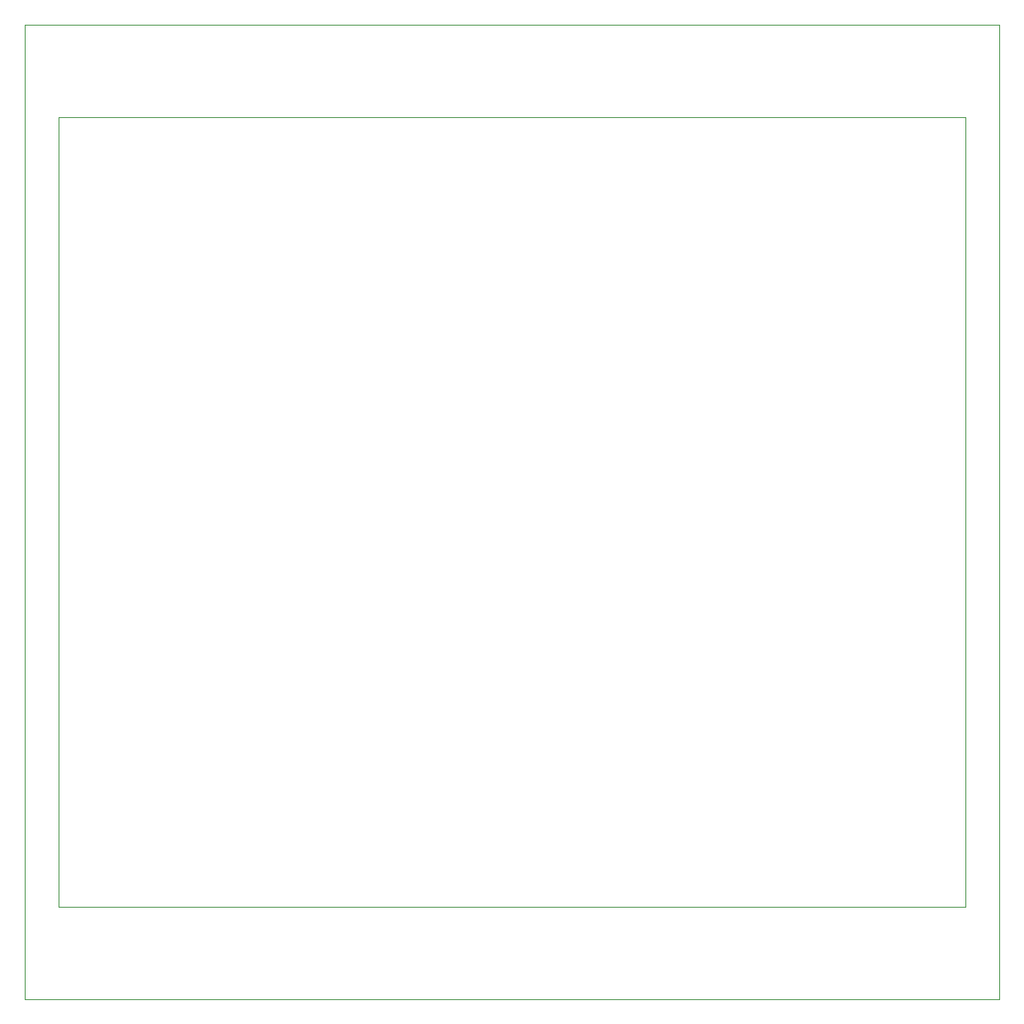
<source format=gbr>
G04 #@! TF.GenerationSoftware,KiCad,Pcbnew,5.1.5-1.fc30*
G04 #@! TF.CreationDate,2021-07-11T15:27:43+02:00*
G04 #@! TF.ProjectId,wire-haloscope,77697265-2d68-4616-9c6f-73636f70652e,rev?*
G04 #@! TF.SameCoordinates,Original*
G04 #@! TF.FileFunction,Profile,NP*
%FSLAX46Y46*%
G04 Gerber Fmt 4.6, Leading zero omitted, Abs format (unit mm)*
G04 Created by KiCad (PCBNEW 5.1.5-1.fc30) date 2021-07-11 15:27:43*
%MOMM*%
%LPD*%
G04 APERTURE LIST*
%ADD10C,0.050000*%
G04 APERTURE END LIST*
D10*
X53500000Y-135500000D02*
X53500000Y-54500000D01*
X146500000Y-135500000D02*
X53500000Y-135500000D01*
X146500000Y-54500000D02*
X146500000Y-135500000D01*
X53500000Y-54500000D02*
X146500000Y-54500000D01*
X50000000Y-145000000D02*
X50000000Y-45000000D01*
X150000000Y-145000000D02*
X50000000Y-145000000D01*
X150000000Y-45000000D02*
X150000000Y-145000000D01*
X50000000Y-45000000D02*
X150000000Y-45000000D01*
M02*

</source>
